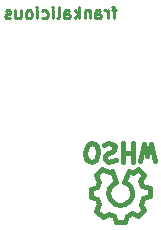
<source format=gbo>
%FSLAX46Y46*%
G04 Gerber Fmt 4.6, Leading zero omitted, Abs format (unit mm)*
G04 Created by KiCad (PCBNEW (2014-10-04 BZR 5163)-product) date So 05 Okt 2014 16:09:57 CEST*
%MOMM*%
G01*
G04 APERTURE LIST*
%ADD10C,0.100000*%
%ADD11C,0.250000*%
%ADD12C,0.381000*%
G04 APERTURE END LIST*
D10*
D11*
X113958096Y-50585714D02*
X113577144Y-50585714D01*
X113815239Y-51252381D02*
X113815239Y-50395238D01*
X113767620Y-50300000D01*
X113672382Y-50252381D01*
X113577144Y-50252381D01*
X113243810Y-51252381D02*
X113243810Y-50585714D01*
X113243810Y-50776190D02*
X113196191Y-50680952D01*
X113148572Y-50633333D01*
X113053334Y-50585714D01*
X112958095Y-50585714D01*
X112196190Y-51252381D02*
X112196190Y-50728571D01*
X112243809Y-50633333D01*
X112339047Y-50585714D01*
X112529524Y-50585714D01*
X112624762Y-50633333D01*
X112196190Y-51204762D02*
X112291428Y-51252381D01*
X112529524Y-51252381D01*
X112624762Y-51204762D01*
X112672381Y-51109524D01*
X112672381Y-51014286D01*
X112624762Y-50919048D01*
X112529524Y-50871429D01*
X112291428Y-50871429D01*
X112196190Y-50823810D01*
X111720000Y-50585714D02*
X111720000Y-51252381D01*
X111720000Y-50680952D02*
X111672381Y-50633333D01*
X111577143Y-50585714D01*
X111434285Y-50585714D01*
X111339047Y-50633333D01*
X111291428Y-50728571D01*
X111291428Y-51252381D01*
X110815238Y-51252381D02*
X110815238Y-50252381D01*
X110720000Y-50871429D02*
X110434285Y-51252381D01*
X110434285Y-50585714D02*
X110815238Y-50966667D01*
X109577142Y-51252381D02*
X109577142Y-50728571D01*
X109624761Y-50633333D01*
X109719999Y-50585714D01*
X109910476Y-50585714D01*
X110005714Y-50633333D01*
X109577142Y-51204762D02*
X109672380Y-51252381D01*
X109910476Y-51252381D01*
X110005714Y-51204762D01*
X110053333Y-51109524D01*
X110053333Y-51014286D01*
X110005714Y-50919048D01*
X109910476Y-50871429D01*
X109672380Y-50871429D01*
X109577142Y-50823810D01*
X108958095Y-51252381D02*
X109053333Y-51204762D01*
X109100952Y-51109524D01*
X109100952Y-50252381D01*
X108577142Y-51252381D02*
X108577142Y-50585714D01*
X108577142Y-50252381D02*
X108624761Y-50300000D01*
X108577142Y-50347619D01*
X108529523Y-50300000D01*
X108577142Y-50252381D01*
X108577142Y-50347619D01*
X107672380Y-51204762D02*
X107767618Y-51252381D01*
X107958095Y-51252381D01*
X108053333Y-51204762D01*
X108100952Y-51157143D01*
X108148571Y-51061905D01*
X108148571Y-50776190D01*
X108100952Y-50680952D01*
X108053333Y-50633333D01*
X107958095Y-50585714D01*
X107767618Y-50585714D01*
X107672380Y-50633333D01*
X107243809Y-51252381D02*
X107243809Y-50585714D01*
X107243809Y-50252381D02*
X107291428Y-50300000D01*
X107243809Y-50347619D01*
X107196190Y-50300000D01*
X107243809Y-50252381D01*
X107243809Y-50347619D01*
X106624762Y-51252381D02*
X106720000Y-51204762D01*
X106767619Y-51157143D01*
X106815238Y-51061905D01*
X106815238Y-50776190D01*
X106767619Y-50680952D01*
X106720000Y-50633333D01*
X106624762Y-50585714D01*
X106481904Y-50585714D01*
X106386666Y-50633333D01*
X106339047Y-50680952D01*
X106291428Y-50776190D01*
X106291428Y-51061905D01*
X106339047Y-51157143D01*
X106386666Y-51204762D01*
X106481904Y-51252381D01*
X106624762Y-51252381D01*
X105434285Y-50585714D02*
X105434285Y-51252381D01*
X105862857Y-50585714D02*
X105862857Y-51109524D01*
X105815238Y-51204762D01*
X105720000Y-51252381D01*
X105577142Y-51252381D01*
X105481904Y-51204762D01*
X105434285Y-51157143D01*
X105005714Y-51204762D02*
X104910476Y-51252381D01*
X104720000Y-51252381D01*
X104624761Y-51204762D01*
X104577142Y-51109524D01*
X104577142Y-51061905D01*
X104624761Y-50966667D01*
X104720000Y-50919048D01*
X104862857Y-50919048D01*
X104958095Y-50871429D01*
X105005714Y-50776190D01*
X105005714Y-50728571D01*
X104958095Y-50633333D01*
X104862857Y-50585714D01*
X104720000Y-50585714D01*
X104624761Y-50633333D01*
D12*
X115968780Y-63350140D02*
X116329460Y-61879480D01*
X116329460Y-61879480D02*
X116608860Y-62941200D01*
X116608860Y-62941200D02*
X116918740Y-61869320D01*
X116918740Y-61869320D02*
X117259100Y-63319660D01*
X114548920Y-62659260D02*
X115338860Y-62669420D01*
X115338860Y-62669420D02*
X115349020Y-62659260D01*
X115349020Y-62659260D02*
X115349020Y-62669420D01*
X115389660Y-63380620D02*
X115389660Y-61838840D01*
X114500660Y-63390780D02*
X114500660Y-61821060D01*
X114500660Y-61821060D02*
X114510820Y-61831220D01*
X113949480Y-63289180D02*
X113598960Y-63370460D01*
X113598960Y-63370460D02*
X113278920Y-63380620D01*
X113278920Y-63380620D02*
X113040160Y-63179960D01*
X113040160Y-63179960D02*
X113009680Y-62910720D01*
X113009680Y-62910720D02*
X113250980Y-62669420D01*
X113250980Y-62669420D02*
X113639600Y-62539880D01*
X113639600Y-62539880D02*
X113819940Y-62379860D01*
X113819940Y-62379860D02*
X113860580Y-62080140D01*
X113860580Y-62080140D02*
X113629440Y-61859160D01*
X113629440Y-61859160D02*
X113309400Y-61831220D01*
X113309400Y-61831220D02*
X112958880Y-61940440D01*
X111920020Y-63390780D02*
X111671100Y-63370460D01*
X111671100Y-63370460D02*
X111429800Y-63129160D01*
X111429800Y-63129160D02*
X111340900Y-62638940D01*
X111340900Y-62638940D02*
X111368840Y-62290960D01*
X111368840Y-62290960D02*
X111569500Y-61970920D01*
X111569500Y-61970920D02*
X111820960Y-61849000D01*
X111820960Y-61849000D02*
X112130840Y-61920120D01*
X112130840Y-61920120D02*
X112349280Y-62100460D01*
X112349280Y-62100460D02*
X112420400Y-62560200D01*
X112420400Y-62560200D02*
X112369600Y-62969140D01*
X112369600Y-62969140D02*
X112260380Y-63251080D01*
X112260380Y-63251080D02*
X111899700Y-63380620D01*
X112519460Y-65110360D02*
X112260380Y-64549020D01*
X112260380Y-64549020D02*
X112798860Y-64030860D01*
X112798860Y-64030860D02*
X113319560Y-64300100D01*
X113319560Y-64300100D02*
X113598960Y-64140080D01*
X115039140Y-64160400D02*
X115369340Y-64350900D01*
X115369340Y-64350900D02*
X115808760Y-64020700D01*
X115808760Y-64020700D02*
X116281200Y-64510920D01*
X116281200Y-64510920D02*
X115999260Y-64990980D01*
X115999260Y-64990980D02*
X116189760Y-65460880D01*
X116189760Y-65460880D02*
X116799360Y-65648840D01*
X116799360Y-65648840D02*
X116799360Y-66329560D01*
X116799360Y-66329560D02*
X116240560Y-66469260D01*
X116240560Y-66469260D02*
X116039900Y-67040760D01*
X116039900Y-67040760D02*
X116309140Y-67510660D01*
X116309140Y-67510660D02*
X115839240Y-68021200D01*
X115839240Y-68021200D02*
X115321080Y-67759580D01*
X115321080Y-67759580D02*
X114851180Y-67960240D01*
X114851180Y-67960240D02*
X114681000Y-68501260D01*
X114681000Y-68501260D02*
X113990120Y-68519040D01*
X113990120Y-68519040D02*
X113779300Y-67970400D01*
X113779300Y-67970400D02*
X113360200Y-67800220D01*
X113360200Y-67800220D02*
X112809020Y-68069460D01*
X112809020Y-68069460D02*
X112290860Y-67541140D01*
X112290860Y-67541140D02*
X112539780Y-67000120D01*
X112539780Y-67000120D02*
X112369600Y-66520060D01*
X112369600Y-66520060D02*
X111820960Y-66421000D01*
X111820960Y-66421000D02*
X111810800Y-65719960D01*
X111810800Y-65719960D02*
X112369600Y-65519300D01*
X112369600Y-65519300D02*
X112509300Y-65120520D01*
X114650520Y-65140840D02*
X114950240Y-65290700D01*
X114950240Y-65290700D02*
X115150900Y-65488820D01*
X115150900Y-65488820D02*
X115300760Y-65890140D01*
X115300760Y-65890140D02*
X115300760Y-66288920D01*
X115300760Y-66288920D02*
X115150900Y-66639440D01*
X115150900Y-66639440D02*
X114698780Y-66989960D01*
X114698780Y-66989960D02*
X114249200Y-67040760D01*
X114249200Y-67040760D02*
X113850420Y-66939160D01*
X113850420Y-66939160D02*
X113449100Y-66591180D01*
X113449100Y-66591180D02*
X113299240Y-66139060D01*
X113299240Y-66139060D02*
X113350040Y-65641220D01*
X113350040Y-65641220D02*
X113598960Y-65338960D01*
X113598960Y-65338960D02*
X113949480Y-65140840D01*
X113949480Y-65140840D02*
X113598960Y-64140080D01*
X114650520Y-65140840D02*
X115049300Y-64140080D01*
M02*

</source>
